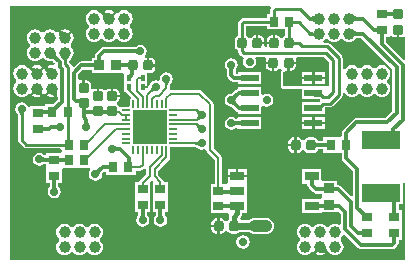
<source format=gtl>
G04*
G04 #@! TF.GenerationSoftware,Altium Limited,Altium Designer,20.1.8 (145)*
G04*
G04 Layer_Physical_Order=1*
G04 Layer_Color=255*
%FSLAX43Y43*%
%MOMM*%
G71*
G04*
G04 #@! TF.SameCoordinates,A35BB786-9FE3-423A-BE6B-7267126F668D*
G04*
G04*
G04 #@! TF.FilePolarity,Positive*
G04*
G01*
G75*
%ADD11C,0.250*%
%ADD12C,0.300*%
%ADD14C,0.200*%
%ADD31R,0.850X0.850*%
G04:AMPARAMS|DCode=32|XSize=0.9mm|YSize=0.8mm|CornerRadius=0.2mm|HoleSize=0mm|Usage=FLASHONLY|Rotation=0.000|XOffset=0mm|YOffset=0mm|HoleType=Round|Shape=RoundedRectangle|*
%AMROUNDEDRECTD32*
21,1,0.900,0.400,0,0,0.0*
21,1,0.500,0.800,0,0,0.0*
1,1,0.400,0.250,-0.200*
1,1,0.400,-0.250,-0.200*
1,1,0.400,-0.250,0.200*
1,1,0.400,0.250,0.200*
%
%ADD32ROUNDEDRECTD32*%
%ADD33R,0.900X0.800*%
%ADD34R,0.800X0.900*%
G04:AMPARAMS|DCode=35|XSize=0.9mm|YSize=0.8mm|CornerRadius=0.2mm|HoleSize=0mm|Usage=FLASHONLY|Rotation=270.000|XOffset=0mm|YOffset=0mm|HoleType=Round|Shape=RoundedRectangle|*
%AMROUNDEDRECTD35*
21,1,0.900,0.400,0,0,270.0*
21,1,0.500,0.800,0,0,270.0*
1,1,0.400,-0.200,-0.250*
1,1,0.400,-0.200,0.250*
1,1,0.400,0.200,0.250*
1,1,0.400,0.200,-0.250*
%
%ADD35ROUNDEDRECTD35*%
%ADD36R,0.350X0.500*%
%ADD37R,3.200X1.500*%
%ADD38R,1.550X0.600*%
%ADD39R,1.200X0.800*%
%ADD40O,0.700X0.200*%
%ADD41O,0.200X0.700*%
%ADD42R,2.900X2.900*%
%ADD43R,0.850X0.850*%
%ADD44C,0.400*%
%ADD45C,0.600*%
%ADD46C,1.000*%
%ADD47C,1.000*%
%ADD48C,0.600*%
%ADD49C,0.700*%
G36*
X57012Y46480D02*
X56980Y46516D01*
X56947Y46548D01*
X56913Y46577D01*
X56877Y46602D01*
X56839Y46623D01*
X56800Y46640D01*
X56760Y46653D01*
X56718Y46662D01*
X56675Y46668D01*
X56630Y46670D01*
Y46920D01*
X56675Y46922D01*
X56718Y46928D01*
X56760Y46937D01*
X56800Y46950D01*
X56839Y46967D01*
X56877Y46988D01*
X56913Y47013D01*
X56947Y47042D01*
X56980Y47074D01*
X57012Y47110D01*
Y46480D01*
D02*
G37*
G36*
X60337Y47107D02*
X60377Y47073D01*
X60417Y47043D01*
X60458Y47017D01*
X60500Y46995D01*
X60542Y46977D01*
X60585Y46963D01*
X60629Y46953D01*
X60672Y46947D01*
X60717Y46945D01*
Y46645D01*
X60672Y46643D01*
X60629Y46637D01*
X60585Y46627D01*
X60542Y46613D01*
X60500Y46595D01*
X60458Y46573D01*
X60417Y46547D01*
X60377Y46517D01*
X60337Y46483D01*
X60297Y46445D01*
Y47145D01*
X60337Y47107D01*
D02*
G37*
G36*
X56958Y45292D02*
X56945Y45312D01*
X56929Y45331D01*
X56911Y45347D01*
X56889Y45361D01*
X56865Y45373D01*
X56838Y45383D01*
X56807Y45390D01*
X56775Y45396D01*
X56739Y45399D01*
X56700Y45400D01*
Y45650D01*
X56739Y45651D01*
X56775Y45654D01*
X56807Y45660D01*
X56838Y45667D01*
X56865Y45677D01*
X56889Y45689D01*
X56911Y45703D01*
X56929Y45719D01*
X56945Y45738D01*
X56958Y45758D01*
Y45292D01*
D02*
G37*
G36*
X64200Y45242D02*
X64350D01*
X64506Y45273D01*
X64585Y45326D01*
X64745Y45255D01*
X64745Y45255D01*
Y43347D01*
X64597Y43286D01*
X63103Y44780D01*
Y45250D01*
X63396D01*
Y45321D01*
X63556Y45370D01*
X63562Y45362D01*
X63694Y45273D01*
X63850Y45242D01*
X64000D01*
Y45850D01*
X64200D01*
Y45242D01*
D02*
G37*
G36*
X60337Y45837D02*
X60377Y45803D01*
X60417Y45773D01*
X60458Y45747D01*
X60500Y45725D01*
X60542Y45707D01*
X60585Y45693D01*
X60629Y45683D01*
X60672Y45677D01*
X60717Y45675D01*
Y45375D01*
X60672Y45373D01*
X60629Y45367D01*
X60585Y45357D01*
X60542Y45343D01*
X60500Y45325D01*
X60458Y45303D01*
X60417Y45277D01*
X60377Y45247D01*
X60337Y45213D01*
X60297Y45175D01*
Y45875D01*
X60337Y45837D01*
D02*
G37*
G36*
X53000Y45875D02*
X54200D01*
Y45875D01*
X54300D01*
Y45875D01*
X54569D01*
Y45357D01*
X54544Y45352D01*
X54412Y45263D01*
X54336Y45150D01*
X54250Y45140D01*
X54164Y45150D01*
X54088Y45263D01*
X53956Y45352D01*
X53800Y45383D01*
X53700D01*
Y44725D01*
X53600D01*
Y44625D01*
X52992D01*
Y44475D01*
X52900Y44374D01*
X52812Y44470D01*
X52808Y44490D01*
Y44625D01*
X52200D01*
Y44725D01*
X52100D01*
Y45383D01*
X52000D01*
X51844Y45352D01*
X51712Y45263D01*
X51636Y45150D01*
X51550Y45140D01*
X51464Y45150D01*
X51388Y45263D01*
X51256Y45352D01*
X51231Y45357D01*
Y46194D01*
X53000D01*
Y45875D01*
D02*
G37*
G36*
X58262Y43131D02*
Y41041D01*
X54400D01*
Y42239D01*
X54600Y42377D01*
X54650Y42367D01*
X54750D01*
Y43025D01*
X54850D01*
Y43125D01*
X55458D01*
Y43275D01*
X55446Y43333D01*
X55506Y43453D01*
X55562Y43514D01*
X55595Y43534D01*
X57859D01*
X58262Y43131D01*
D02*
G37*
G36*
X53366Y47713D02*
X53294Y47605D01*
X53269Y47479D01*
Y47175D01*
X53000D01*
Y46856D01*
X51046D01*
X50920Y46831D01*
X50812Y46759D01*
X50666Y46613D01*
X50594Y46505D01*
X50569Y46379D01*
Y45357D01*
X50544Y45352D01*
X50412Y45263D01*
X50323Y45131D01*
X50292Y44975D01*
Y44475D01*
X50323Y44319D01*
X50412Y44187D01*
X50544Y44098D01*
X50569Y44093D01*
Y44051D01*
X50594Y43924D01*
X50666Y43816D01*
X50841Y43641D01*
X50949Y43569D01*
X50988Y43561D01*
X51065Y43394D01*
X51064Y43388D01*
X51032Y43340D01*
X50989Y43125D01*
X51032Y42910D01*
X51153Y42728D01*
X51335Y42607D01*
X51550Y42564D01*
X51765Y42607D01*
X51947Y42728D01*
X52068Y42910D01*
X52111Y43125D01*
X52068Y43340D01*
X52039Y43384D01*
X52124Y43544D01*
X52871D01*
X52964Y43384D01*
X52942Y43275D01*
Y43125D01*
X53550D01*
Y43025D01*
X53650D01*
Y42367D01*
X53750D01*
X53906Y42398D01*
X54038Y42487D01*
X54064Y42525D01*
X54249Y42521D01*
X54289Y42447D01*
X54256Y42383D01*
X54244Y42365D01*
X54229Y42349D01*
X54222Y42332D01*
X54212Y42317D01*
X54207Y42295D01*
X54199Y42275D01*
X54200Y42257D01*
X54196Y42239D01*
Y41041D01*
X54212Y40963D01*
X54256Y40897D01*
X54322Y40853D01*
X54400Y40837D01*
X55975D01*
Y40010D01*
X57456D01*
X57485Y39982D01*
X57530Y39875D01*
X57485Y39768D01*
X57456Y39740D01*
X55975D01*
Y38740D01*
X57925D01*
Y39267D01*
X58354D01*
X58481Y39292D01*
X58589Y39364D01*
X59334Y40109D01*
X59406Y40217D01*
X59431Y40344D01*
Y40491D01*
X59591Y40523D01*
X59595Y40514D01*
X59707Y40368D01*
X59853Y40256D01*
X60024Y40185D01*
X60206Y40161D01*
X60389Y40185D01*
X60559Y40256D01*
X60706Y40368D01*
X60740Y40414D01*
X60942D01*
X60977Y40368D01*
X61123Y40256D01*
X61294Y40185D01*
X61476Y40161D01*
X61659Y40185D01*
X61829Y40256D01*
X61976Y40368D01*
X62010Y40414D01*
X62212D01*
X62247Y40368D01*
X62393Y40256D01*
X62564Y40185D01*
X62746Y40161D01*
X62929Y40185D01*
X63099Y40256D01*
X63246Y40368D01*
X63358Y40514D01*
X63428Y40685D01*
X63452Y40867D01*
X63428Y41050D01*
X63358Y41220D01*
X63246Y41367D01*
X63200Y41401D01*
Y41603D01*
X63246Y41638D01*
X63358Y41784D01*
X63428Y41955D01*
X63452Y42137D01*
X63428Y42320D01*
X63358Y42490D01*
X63246Y42637D01*
X63099Y42749D01*
X62929Y42819D01*
X62746Y42843D01*
X62564Y42819D01*
X62393Y42749D01*
X62247Y42637D01*
X62212Y42591D01*
X62010D01*
X61976Y42637D01*
X61829Y42749D01*
X61659Y42819D01*
X61476Y42843D01*
X61294Y42819D01*
X61123Y42749D01*
X60977Y42637D01*
X60942Y42591D01*
X60740D01*
X60706Y42637D01*
X60559Y42749D01*
X60389Y42819D01*
X60206Y42843D01*
X60024Y42819D01*
X59853Y42749D01*
X59707Y42637D01*
X59595Y42490D01*
X59591Y42482D01*
X59431Y42514D01*
Y43445D01*
X59406Y43572D01*
X59334Y43679D01*
X58350Y44663D01*
X58243Y44735D01*
X58116Y44760D01*
X57835D01*
X57761Y44904D01*
X57762Y44920D01*
X57899Y45026D01*
X57934Y45071D01*
X58136D01*
X58171Y45026D01*
X58317Y44914D01*
X58487Y44843D01*
X58670Y44819D01*
X58853Y44843D01*
X59023Y44914D01*
X59169Y45026D01*
X59204Y45071D01*
X59406D01*
X59441Y45026D01*
X59587Y44914D01*
X59757Y44843D01*
X59940Y44819D01*
X60123Y44843D01*
X60293Y44914D01*
X60439Y45026D01*
X60448Y45037D01*
X60473Y45062D01*
X60503Y45087D01*
X60532Y45109D01*
X60561Y45126D01*
X60588Y45141D01*
X60614Y45152D01*
X60640Y45160D01*
X60665Y45166D01*
X60679Y45168D01*
X60998D01*
X63643Y42523D01*
Y38973D01*
X63052Y38382D01*
X60600D01*
X60463Y38355D01*
X60348Y38277D01*
X59448Y37377D01*
X59370Y37262D01*
X59343Y37125D01*
Y36838D01*
X59230Y36725D01*
X59000Y36725D01*
X58940Y36725D01*
X57800D01*
Y36432D01*
X57337D01*
X57327Y36481D01*
X57238Y36613D01*
X57106Y36702D01*
X56950Y36733D01*
X56550D01*
X56394Y36702D01*
X56262Y36613D01*
X56186Y36500D01*
X56100Y36490D01*
X56014Y36500D01*
X55938Y36613D01*
X55806Y36702D01*
X55650Y36733D01*
X55550D01*
Y36075D01*
Y35417D01*
X55650D01*
X55806Y35448D01*
X55938Y35537D01*
X56014Y35650D01*
X56100Y35660D01*
X56186Y35650D01*
X56262Y35537D01*
X56394Y35448D01*
X56550Y35417D01*
X56950D01*
X57106Y35448D01*
X57238Y35537D01*
X57327Y35669D01*
X57337Y35718D01*
X57800D01*
Y35425D01*
X58940D01*
X59100Y35425D01*
X59160Y35425D01*
X59343D01*
Y34975D01*
X59370Y34838D01*
X59448Y34723D01*
X60288Y33882D01*
Y31797D01*
X60140Y31735D01*
X59298Y32577D01*
X59183Y32655D01*
X59046Y32682D01*
X58925D01*
Y33050D01*
X57675D01*
X57600Y33179D01*
Y34025D01*
X56000D01*
Y32825D01*
X56443D01*
Y32725D01*
X56470Y32588D01*
X56548Y32473D01*
X56948Y32073D01*
X57063Y31995D01*
X57200Y31968D01*
X57675D01*
Y31800D01*
X57675D01*
Y31654D01*
X57590Y31525D01*
X56000D01*
Y30325D01*
X57600D01*
Y30325D01*
X57675Y30400D01*
X58925D01*
Y30400D01*
X59085Y30435D01*
X59288Y30232D01*
Y29406D01*
X59287Y29405D01*
X59128Y29345D01*
X58978Y29407D01*
X58795Y29431D01*
X58612Y29407D01*
X58442Y29336D01*
X58296Y29224D01*
X58261Y29179D01*
X58059D01*
X58024Y29224D01*
X57878Y29336D01*
X57708Y29407D01*
X57525Y29431D01*
X57342Y29407D01*
X57172Y29336D01*
X57026Y29224D01*
X56991Y29179D01*
X56789D01*
X56754Y29224D01*
X56608Y29336D01*
X56438Y29407D01*
X56255Y29431D01*
X56072Y29407D01*
X55902Y29336D01*
X55756Y29224D01*
X55644Y29078D01*
X55573Y28908D01*
X55549Y28725D01*
X55573Y28542D01*
X55644Y28372D01*
X55756Y28226D01*
X55801Y28191D01*
Y27989D01*
X55756Y27954D01*
X55644Y27808D01*
X55573Y27638D01*
X55549Y27455D01*
X55573Y27272D01*
X55644Y27102D01*
X55756Y26956D01*
X55902Y26844D01*
X56072Y26773D01*
X56255Y26749D01*
X56438Y26773D01*
X56608Y26844D01*
X56754Y26956D01*
X56789Y27001D01*
X56930D01*
X57454Y27526D01*
X57596Y27384D01*
X57106Y26894D01*
X57172Y26844D01*
X57342Y26773D01*
X57525Y26749D01*
X57708Y26773D01*
X57878Y26844D01*
X57990Y26930D01*
X57971Y26938D01*
X57928Y26950D01*
X57880Y26959D01*
X57829Y26965D01*
X57773Y26968D01*
X57714Y26968D01*
X57583Y26958D01*
X58023Y27503D01*
X58031Y27436D01*
X58053Y27315D01*
X58068Y27261D01*
X58084Y27212D01*
X58104Y27168D01*
X58125Y27128D01*
X58148Y27093D01*
X58174Y27063D01*
X58202Y27037D01*
X58174Y27001D01*
X58261D01*
X58296Y26956D01*
X58442Y26844D01*
X58612Y26773D01*
X58795Y26749D01*
X58978Y26773D01*
X59148Y26844D01*
X59294Y26956D01*
X59406Y27102D01*
X59477Y27272D01*
X59501Y27455D01*
X59477Y27638D01*
X59406Y27808D01*
X59294Y27954D01*
X59249Y27989D01*
Y28191D01*
X59294Y28226D01*
X59406Y28372D01*
X59440Y28454D01*
X59625Y28496D01*
X60748Y27373D01*
X60863Y27295D01*
X61000Y27268D01*
X63624D01*
X63761Y27295D01*
X63877Y27373D01*
X64052Y27548D01*
X64130Y27664D01*
X64157Y27801D01*
Y28075D01*
X64450D01*
Y29275D01*
X64450D01*
Y29375D01*
X64450D01*
Y30575D01*
X64157D01*
Y31075D01*
X64500D01*
Y32875D01*
X64700D01*
X64745Y32734D01*
Y26380D01*
X31255D01*
Y28125D01*
Y47870D01*
X53297D01*
X53366Y47713D01*
D02*
G37*
%LPC*%
G36*
X52400Y45383D02*
X52300D01*
Y44825D01*
X52808D01*
Y44975D01*
X52777Y45131D01*
X52688Y45263D01*
X52556Y45352D01*
X52400Y45383D01*
D02*
G37*
G36*
X53500D02*
X53400D01*
X53244Y45352D01*
X53112Y45263D01*
X53023Y45131D01*
X52992Y44975D01*
Y44825D01*
X53500D01*
Y45383D01*
D02*
G37*
G36*
X55458Y42925D02*
X54950D01*
Y42367D01*
X55050D01*
X55206Y42398D01*
X55338Y42487D01*
X55427Y42619D01*
X55458Y42775D01*
Y42925D01*
D02*
G37*
G36*
X57925Y42280D02*
X57050D01*
Y41880D01*
X57925D01*
Y42280D01*
D02*
G37*
G36*
X56850D02*
X55975D01*
Y41880D01*
X56850D01*
Y42280D01*
D02*
G37*
G36*
X57925Y41680D02*
X57050D01*
Y41280D01*
X57925D01*
Y41680D01*
D02*
G37*
G36*
X56850D02*
X55975D01*
Y41280D01*
X56850D01*
Y41680D01*
D02*
G37*
G36*
X40940Y47501D02*
X40757Y47477D01*
X40587Y47406D01*
X40441Y47294D01*
X40406Y47249D01*
X40265D01*
X39741Y46724D01*
X39599Y46866D01*
X40089Y47356D01*
X40023Y47406D01*
X39853Y47477D01*
X39670Y47501D01*
X39487Y47477D01*
X39317Y47406D01*
X39224Y47335D01*
X39242Y47327D01*
X39285Y47314D01*
X39332Y47303D01*
X39383Y47295D01*
X39438Y47290D01*
X39498Y47288D01*
X39629Y47293D01*
X39171Y46764D01*
X39165Y46832D01*
X39147Y46953D01*
X39134Y47007D01*
X39119Y47057D01*
X39102Y47102D01*
X39082Y47142D01*
X39059Y47178D01*
X39035Y47210D01*
X39007Y47236D01*
X39018Y47249D01*
X38934D01*
X38899Y47294D01*
X38753Y47406D01*
X38583Y47477D01*
X38400Y47501D01*
X38217Y47477D01*
X38047Y47406D01*
X37901Y47294D01*
X37789Y47148D01*
X37718Y46978D01*
X37694Y46795D01*
X37718Y46612D01*
X37789Y46442D01*
X37901Y46296D01*
X37946Y46261D01*
Y46059D01*
X37901Y46024D01*
X37789Y45878D01*
X37718Y45708D01*
X37694Y45525D01*
X37718Y45342D01*
X37789Y45172D01*
X37901Y45026D01*
X38047Y44914D01*
X38217Y44843D01*
X38400Y44819D01*
X38583Y44843D01*
X38753Y44914D01*
X38899Y45026D01*
X38934Y45071D01*
X39136D01*
X39171Y45026D01*
X39317Y44914D01*
X39487Y44843D01*
X39670Y44819D01*
X39853Y44843D01*
X40023Y44914D01*
X40169Y45026D01*
X40204Y45071D01*
X40406D01*
X40441Y45026D01*
X40587Y44914D01*
X40757Y44843D01*
X40940Y44819D01*
X41123Y44843D01*
X41293Y44914D01*
X41439Y45026D01*
X41551Y45172D01*
X41622Y45342D01*
X41646Y45525D01*
X41622Y45708D01*
X41551Y45878D01*
X41439Y46024D01*
X41394Y46059D01*
Y46261D01*
X41439Y46296D01*
X41551Y46442D01*
X41622Y46612D01*
X41646Y46795D01*
X41622Y46978D01*
X41551Y47148D01*
X41439Y47294D01*
X41293Y47406D01*
X41123Y47477D01*
X40940Y47501D01*
D02*
G37*
G36*
X35940Y45881D02*
X35757Y45857D01*
X35587Y45786D01*
X35557Y45763D01*
X35575Y45753D01*
X35616Y45734D01*
X35662Y45718D01*
X35712Y45704D01*
X35766Y45693D01*
X35825Y45684D01*
X35956Y45675D01*
X35441Y45201D01*
X35443Y45269D01*
X35438Y45392D01*
X35432Y45447D01*
X35423Y45498D01*
X35410Y45544D01*
X35395Y45587D01*
X35377Y45625D01*
X35374Y45629D01*
X35204D01*
X35169Y45674D01*
X35023Y45786D01*
X34853Y45857D01*
X34670Y45881D01*
X34487Y45857D01*
X34317Y45786D01*
X34171Y45674D01*
X34136Y45629D01*
X33934D01*
X33899Y45674D01*
X33753Y45786D01*
X33583Y45857D01*
X33400Y45881D01*
X33217Y45857D01*
X33047Y45786D01*
X32901Y45674D01*
X32789Y45528D01*
X32718Y45358D01*
X32694Y45175D01*
X32718Y44992D01*
X32789Y44822D01*
X32901Y44676D01*
X32946Y44641D01*
Y44439D01*
X32901Y44404D01*
X32789Y44258D01*
X32718Y44088D01*
X32694Y43905D01*
X32718Y43722D01*
X32789Y43552D01*
X32901Y43406D01*
X33047Y43294D01*
X33217Y43223D01*
X33400Y43199D01*
X33583Y43223D01*
X33753Y43294D01*
X33899Y43406D01*
X33934Y43451D01*
X34136D01*
X34171Y43406D01*
X34317Y43294D01*
X34487Y43223D01*
X34670Y43199D01*
X34685Y43201D01*
X34720Y43200D01*
X34759Y43197D01*
X34794Y43192D01*
X34827Y43184D01*
X34856Y43175D01*
X34883Y43165D01*
X34907Y43152D01*
X34929Y43138D01*
X34941Y43130D01*
X35029Y43042D01*
X35036Y43016D01*
X34999Y42848D01*
X34948Y42823D01*
X34794Y42843D01*
X34612Y42819D01*
X34441Y42749D01*
X34368Y42693D01*
X34385Y42684D01*
X34428Y42669D01*
X34474Y42656D01*
X34525Y42647D01*
X34580Y42640D01*
X34639Y42636D01*
X34771Y42637D01*
X34294Y42124D01*
X34291Y42192D01*
X34277Y42314D01*
X34266Y42368D01*
X34253Y42418D01*
X34237Y42464D01*
X34218Y42505D01*
X34197Y42542D01*
X34174Y42574D01*
X34157Y42591D01*
X34119D01*
X33595Y42067D01*
X33454Y42208D01*
X33943Y42698D01*
X33877Y42749D01*
X33707Y42819D01*
X33524Y42843D01*
X33342Y42819D01*
X33171Y42749D01*
X33087Y42684D01*
X33115Y42665D01*
X33148Y42647D01*
X33182Y42632D01*
X33216Y42621D01*
X33252Y42614D01*
X33290Y42611D01*
X33328Y42611D01*
X33367Y42616D01*
X33408Y42624D01*
X33031Y42219D01*
X33036Y42260D01*
X33038Y42300D01*
X33035Y42338D01*
X33029Y42375D01*
X33020Y42410D01*
X33007Y42444D01*
X32990Y42477D01*
X32969Y42508D01*
X32945Y42538D01*
X32917Y42567D01*
X32940Y42591D01*
X32788D01*
X32754Y42637D01*
X32607Y42749D01*
X32437Y42819D01*
X32254Y42843D01*
X32072Y42819D01*
X31901Y42749D01*
X31755Y42637D01*
X31643Y42490D01*
X31572Y42320D01*
X31548Y42137D01*
X31572Y41955D01*
X31643Y41784D01*
X31755Y41638D01*
X31801Y41603D01*
Y41401D01*
X31755Y41367D01*
X31643Y41220D01*
X31572Y41050D01*
X31548Y40867D01*
X31572Y40685D01*
X31643Y40514D01*
X31755Y40368D01*
X31901Y40256D01*
X32072Y40185D01*
X32254Y40161D01*
X32437Y40185D01*
X32607Y40256D01*
X32754Y40368D01*
X32788Y40414D01*
X32929D01*
X33454Y40938D01*
X33595Y40797D01*
X33105Y40307D01*
X33171Y40256D01*
X33342Y40185D01*
X33524Y40161D01*
X33707Y40185D01*
X33862Y40250D01*
X33830Y40274D01*
X33793Y40296D01*
X33752Y40315D01*
X33708Y40332D01*
X33661Y40345D01*
X33610Y40356D01*
X33555Y40363D01*
X33498Y40368D01*
X34014Y40766D01*
X34004Y40709D01*
X33997Y40654D01*
X33994Y40602D01*
X33995Y40553D01*
X34000Y40506D01*
X34008Y40462D01*
X34021Y40421D01*
X34035Y40384D01*
X34058Y40414D01*
X34199D01*
X34724Y40938D01*
X34865Y40797D01*
X34375Y40307D01*
X34441Y40256D01*
X34612Y40185D01*
X34794Y40161D01*
X34977Y40185D01*
X35020Y40203D01*
X35005Y40218D01*
X34970Y40246D01*
X34930Y40273D01*
X34885Y40298D01*
X34835Y40323D01*
X34780Y40345D01*
X34656Y40387D01*
X35272Y40719D01*
X35253Y40654D01*
X35227Y40534D01*
X35220Y40479D01*
X35216Y40427D01*
X35217Y40379D01*
X35221Y40334D01*
X35229Y40292D01*
X35241Y40254D01*
X35257Y40219D01*
X35234Y40207D01*
X35286Y40188D01*
X35287Y40187D01*
Y39892D01*
X34945Y39550D01*
X34250D01*
Y39375D01*
X32950D01*
Y39267D01*
X32790Y39251D01*
X32772Y39340D01*
X32651Y39522D01*
X32469Y39643D01*
X32254Y39686D01*
X32040Y39643D01*
X31858Y39522D01*
X31736Y39340D01*
X31693Y39125D01*
X31736Y38910D01*
X31858Y38728D01*
X31882Y38712D01*
X31889Y38704D01*
X31898Y38691D01*
X31905Y38678D01*
X31911Y38666D01*
X31916Y38653D01*
X31920Y38638D01*
X31923Y38623D01*
X31923Y38621D01*
Y36517D01*
X31948Y36390D01*
X32020Y36283D01*
X32412Y35891D01*
X32520Y35819D01*
X32646Y35794D01*
X35537D01*
X35650Y35681D01*
X35650Y35475D01*
X35531Y35375D01*
X34350D01*
Y35313D01*
X34312Y35281D01*
X34147Y35272D01*
X33965Y35393D01*
X33750Y35436D01*
X33535Y35393D01*
X33353Y35272D01*
X33232Y35090D01*
X33189Y34875D01*
X33232Y34660D01*
X33353Y34478D01*
X33535Y34357D01*
X33750Y34314D01*
X33965Y34357D01*
X34143Y34476D01*
X34149Y34479D01*
X34162Y34483D01*
X34177Y34487D01*
X34195Y34491D01*
X34350Y34440D01*
X34350Y34075D01*
X34350Y34015D01*
Y32875D01*
X34643D01*
Y32602D01*
X34641Y32586D01*
X34637Y32570D01*
X34633Y32557D01*
X34629Y32546D01*
X34625Y32538D01*
X34623Y32534D01*
X34603Y32522D01*
X34482Y32340D01*
X34439Y32125D01*
X34482Y31910D01*
X34603Y31728D01*
X34785Y31607D01*
X35000Y31564D01*
X35215Y31607D01*
X35397Y31728D01*
X35518Y31910D01*
X35561Y32125D01*
X35518Y32340D01*
X35397Y32522D01*
X35377Y32534D01*
X35375Y32538D01*
X35371Y32546D01*
X35367Y32557D01*
X35363Y32570D01*
X35359Y32586D01*
X35357Y32602D01*
Y32875D01*
X35650D01*
Y34015D01*
X35650Y34075D01*
X35769Y34175D01*
X36790D01*
X36950Y34175D01*
X37010Y34175D01*
X38019D01*
X38020Y34175D01*
X38020D01*
X38045Y34175D01*
X38072Y34103D01*
Y34103D01*
X38072Y34103D01*
X38072D01*
X38053Y33945D01*
X37982Y33840D01*
X37939Y33625D01*
X37982Y33410D01*
X38103Y33228D01*
X38285Y33107D01*
X38500Y33064D01*
X38715Y33107D01*
X38897Y33228D01*
X39018Y33410D01*
X39061Y33625D01*
X39056Y33648D01*
X39057Y33652D01*
X39060Y33661D01*
X39065Y33671D01*
X39071Y33683D01*
X39080Y33697D01*
X39090Y33710D01*
X39231Y33851D01*
X39391Y33828D01*
Y33575D01*
X40531D01*
X40691Y33575D01*
X40751Y33575D01*
X41891D01*
Y33919D01*
X42300D01*
X42300Y33919D01*
X42417Y33942D01*
X42516Y34009D01*
X42634Y34127D01*
X42794Y34060D01*
Y33602D01*
X42284Y33091D01*
X42217Y32992D01*
X42204Y32925D01*
X41850D01*
Y31785D01*
X41850Y31625D01*
X41850Y31565D01*
Y30425D01*
X42143D01*
Y30202D01*
X42141Y30186D01*
X42137Y30170D01*
X42133Y30157D01*
X42129Y30146D01*
X42125Y30138D01*
X42123Y30134D01*
X42103Y30122D01*
X41982Y29940D01*
X41939Y29725D01*
X41982Y29510D01*
X42103Y29328D01*
X42285Y29207D01*
X42500Y29164D01*
X42715Y29207D01*
X42897Y29328D01*
X43018Y29510D01*
X43061Y29725D01*
X43018Y29940D01*
X42897Y30122D01*
X42877Y30134D01*
X42875Y30138D01*
X42871Y30146D01*
X42867Y30157D01*
X42863Y30170D01*
X42859Y30186D01*
X42857Y30202D01*
Y30425D01*
X43150D01*
Y31565D01*
X43150Y31725D01*
X43150Y31785D01*
Y32925D01*
X43150D01*
X43135Y32960D01*
X43246Y33108D01*
X43261Y33108D01*
X43368Y32947D01*
X43358Y32925D01*
X43350D01*
Y31785D01*
X43350Y31625D01*
X43350Y31565D01*
Y30425D01*
X43643D01*
Y30202D01*
X43641Y30186D01*
X43637Y30170D01*
X43633Y30157D01*
X43629Y30146D01*
X43625Y30138D01*
X43623Y30134D01*
X43603Y30122D01*
X43482Y29940D01*
X43439Y29725D01*
X43482Y29510D01*
X43603Y29328D01*
X43785Y29207D01*
X44000Y29164D01*
X44215Y29207D01*
X44397Y29328D01*
X44518Y29510D01*
X44561Y29725D01*
X44518Y29940D01*
X44397Y30122D01*
X44377Y30134D01*
X44375Y30138D01*
X44371Y30146D01*
X44367Y30157D01*
X44363Y30170D01*
X44359Y30186D01*
X44357Y30202D01*
Y30425D01*
X44650D01*
Y31565D01*
X44650Y31725D01*
X44650Y31785D01*
Y32925D01*
X44306D01*
X44306Y32925D01*
X44283Y33042D01*
X44216Y33141D01*
X43806Y33552D01*
Y33908D01*
X44716Y34818D01*
X44716Y34818D01*
X44783Y34917D01*
X44806Y35034D01*
Y35765D01*
X44823Y35902D01*
X44960Y35919D01*
X46967D01*
X46970Y35919D01*
X46982Y35916D01*
X46994Y35912D01*
X47008Y35905D01*
X47023Y35897D01*
X47040Y35887D01*
X47058Y35873D01*
X47077Y35857D01*
X47078Y35855D01*
X47096Y35828D01*
X47278Y35707D01*
X47493Y35664D01*
X47707Y35707D01*
X47734Y35725D01*
X47817Y35699D01*
X47900Y35643D01*
X47917Y35558D01*
X47984Y35459D01*
X48594Y34848D01*
Y32800D01*
X48250D01*
Y31660D01*
X48250Y31500D01*
X48250Y31440D01*
Y30300D01*
X49550D01*
Y30300D01*
X49700Y30325D01*
X49818Y30225D01*
X49839Y30194D01*
X49844Y30165D01*
X49816Y30025D01*
X49816Y30025D01*
Y29817D01*
X49736Y29763D01*
X49660Y29650D01*
X49574Y29640D01*
X49488Y29650D01*
X49413Y29763D01*
X49280Y29852D01*
X49124Y29883D01*
X49024D01*
Y29225D01*
Y28567D01*
X49124D01*
X49280Y28598D01*
X49413Y28687D01*
X49488Y28800D01*
X49574Y28810D01*
X49660Y28800D01*
X49736Y28687D01*
X49868Y28598D01*
X50024Y28567D01*
X50424D01*
X50580Y28598D01*
X50713Y28687D01*
X50732Y28715D01*
X51515D01*
X51647Y28614D01*
X51817Y28543D01*
X52000Y28519D01*
X52900D01*
X53083Y28543D01*
X53253Y28614D01*
X53399Y28726D01*
X53511Y28872D01*
X53582Y29042D01*
X53606Y29225D01*
X53582Y29408D01*
X53511Y29578D01*
X53399Y29724D01*
X53253Y29836D01*
X53083Y29907D01*
X52900Y29931D01*
X52000D01*
X51817Y29907D01*
X51647Y29836D01*
X51515Y29735D01*
X50863D01*
X50721Y29890D01*
X50724Y29948D01*
X50788Y30012D01*
X50877Y30145D01*
X50908Y30301D01*
X51063Y30325D01*
X51300D01*
Y31435D01*
X51300Y31525D01*
X51300Y31685D01*
Y32705D01*
X51300Y32795D01*
X51300Y32955D01*
Y33365D01*
X50500D01*
X49700D01*
X49700Y32910D01*
X49585Y32799D01*
X49550Y32800D01*
Y32800D01*
X49206D01*
Y34975D01*
X49206Y34975D01*
X49183Y35092D01*
X49116Y35191D01*
X49116Y35191D01*
X48506Y35802D01*
Y39525D01*
X48506Y39525D01*
X48483Y39642D01*
X48416Y39741D01*
X48416Y39741D01*
X47516Y40641D01*
X47417Y40708D01*
X47300Y40731D01*
X47300Y40731D01*
X44928D01*
X44826Y40832D01*
X44803Y40880D01*
X44806Y40896D01*
X44806Y40896D01*
Y41149D01*
X44806Y41152D01*
X44809Y41164D01*
X44813Y41176D01*
X44820Y41190D01*
X44828Y41206D01*
X44838Y41222D01*
X44852Y41240D01*
X44868Y41259D01*
X44869Y41260D01*
X44897Y41278D01*
X45018Y41460D01*
X45061Y41675D01*
X45018Y41890D01*
X44897Y42072D01*
X44715Y42193D01*
X44500Y42236D01*
X44285Y42193D01*
X44103Y42072D01*
X43982Y41890D01*
X43939Y41675D01*
X43944Y41652D01*
X43870Y41588D01*
X43802Y41546D01*
X43604Y41586D01*
X43389Y41543D01*
X43207Y41422D01*
X43086Y41240D01*
X43050Y41060D01*
X43001Y41029D01*
X42875Y41079D01*
Y42167D01*
X43150D01*
X43306Y42198D01*
X43438Y42287D01*
X43527Y42419D01*
X43558Y42575D01*
Y42725D01*
X42950D01*
Y42825D01*
X42850D01*
Y43483D01*
X42767D01*
X42736Y43521D01*
X42722Y43559D01*
X42702Y43636D01*
X42818Y43810D01*
X42861Y44025D01*
X42818Y44240D01*
X42697Y44422D01*
X42515Y44543D01*
X42300Y44586D01*
X42085Y44543D01*
X41903Y44422D01*
X41891Y44402D01*
X41887Y44400D01*
X41879Y44396D01*
X41868Y44392D01*
X41855Y44388D01*
X41839Y44384D01*
X41823Y44382D01*
X39200D01*
X39063Y44355D01*
X38948Y44277D01*
X38573Y43902D01*
X38495Y43786D01*
X38468Y43650D01*
Y43450D01*
X38200D01*
Y43182D01*
X37317D01*
X37181Y43155D01*
X37065Y43077D01*
X36674Y42686D01*
X36524Y42763D01*
X36506Y42854D01*
X36434Y42962D01*
X36271Y43125D01*
Y43147D01*
X36274Y43161D01*
X36280Y43184D01*
X36289Y43209D01*
X36302Y43236D01*
X36319Y43265D01*
X36339Y43294D01*
X36399Y43368D01*
X36427Y43397D01*
X36439Y43406D01*
X36551Y43552D01*
X36622Y43722D01*
X36646Y43905D01*
X36622Y44088D01*
X36551Y44258D01*
X36439Y44404D01*
X36394Y44439D01*
Y44641D01*
X36439Y44676D01*
X36551Y44822D01*
X36622Y44992D01*
X36646Y45175D01*
X36622Y45358D01*
X36551Y45528D01*
X36501Y45594D01*
X36011Y45104D01*
X35869Y45246D01*
X36359Y45736D01*
X36293Y45786D01*
X36123Y45857D01*
X35940Y45881D01*
D02*
G37*
G36*
X43150Y43483D02*
X43050D01*
Y42925D01*
X43558D01*
Y43075D01*
X43527Y43231D01*
X43438Y43363D01*
X43306Y43452D01*
X43150Y43483D01*
D02*
G37*
G36*
X53450Y42925D02*
X52942D01*
Y42775D01*
X52973Y42619D01*
X53062Y42487D01*
X53194Y42398D01*
X53350Y42367D01*
X53450D01*
Y42925D01*
D02*
G37*
G36*
X50000Y43436D02*
X49785Y43393D01*
X49603Y43272D01*
X49482Y43090D01*
X49439Y42875D01*
X49482Y42660D01*
X49603Y42478D01*
X49623Y42466D01*
X49625Y42462D01*
X49629Y42454D01*
X49633Y42443D01*
X49637Y42430D01*
X49641Y42414D01*
X49643Y42398D01*
Y42043D01*
X49670Y41906D01*
X49748Y41791D01*
X50011Y41528D01*
X50126Y41450D01*
X50263Y41423D01*
X50575D01*
Y41280D01*
X52525D01*
Y42280D01*
X50575D01*
Y42137D01*
X50411D01*
X50357Y42191D01*
Y42398D01*
X50359Y42414D01*
X50363Y42430D01*
X50367Y42443D01*
X50371Y42454D01*
X50375Y42462D01*
X50377Y42466D01*
X50397Y42478D01*
X50518Y42660D01*
X50561Y42875D01*
X50518Y43090D01*
X50397Y43272D01*
X50215Y43393D01*
X50000Y43436D01*
D02*
G37*
G36*
X52525Y41010D02*
X50575D01*
Y40856D01*
X50491Y40840D01*
X50375Y40762D01*
X50085Y40472D01*
X50072Y40462D01*
X50058Y40454D01*
X50046Y40447D01*
X50036Y40442D01*
X50027Y40439D01*
X50023Y40438D01*
X50000Y40443D01*
X49785Y40400D01*
X49603Y40279D01*
X49482Y40097D01*
X49439Y39882D01*
X49482Y39668D01*
X49603Y39486D01*
X49785Y39364D01*
X50000Y39321D01*
X50023Y39326D01*
X50027Y39325D01*
X50036Y39322D01*
X50046Y39317D01*
X50058Y39311D01*
X50072Y39302D01*
X50085Y39292D01*
X50390Y38988D01*
X50506Y38910D01*
X50575Y38897D01*
Y38740D01*
X52525D01*
Y39341D01*
X52685Y39426D01*
X52778Y39364D01*
X52993Y39321D01*
X53207Y39364D01*
X53389Y39486D01*
X53511Y39668D01*
X53554Y39882D01*
X53511Y40097D01*
X53389Y40279D01*
X53207Y40400D01*
X52993Y40443D01*
X52778Y40400D01*
X52685Y40338D01*
X52525Y40424D01*
Y41010D01*
D02*
G37*
G36*
X57925Y38470D02*
X57050D01*
Y38070D01*
X57925D01*
Y38470D01*
D02*
G37*
G36*
X56850D02*
X55975D01*
Y38070D01*
X56850D01*
Y38470D01*
D02*
G37*
G36*
X57925Y37870D02*
X57050D01*
Y37470D01*
X57925D01*
Y37870D01*
D02*
G37*
G36*
X56850D02*
X55975D01*
Y37470D01*
X56850D01*
Y37870D01*
D02*
G37*
G36*
X50000Y38486D02*
X49785Y38443D01*
X49603Y38322D01*
X49482Y38140D01*
X49439Y37925D01*
X49482Y37710D01*
X49603Y37528D01*
X49785Y37407D01*
X50000Y37364D01*
X50215Y37407D01*
X50397Y37528D01*
X50428Y37522D01*
X50575Y37470D01*
X50575Y37470D01*
X50575Y37470D01*
X52525D01*
Y38470D01*
X50575D01*
Y38410D01*
X50536Y38379D01*
X50397Y38322D01*
X50215Y38443D01*
X50000Y38486D01*
D02*
G37*
G36*
X55350Y36733D02*
X55250D01*
X55094Y36702D01*
X54962Y36613D01*
X54873Y36481D01*
X54842Y36325D01*
Y36175D01*
X55350D01*
Y36733D01*
D02*
G37*
G36*
Y35975D02*
X54842D01*
Y35825D01*
X54873Y35669D01*
X54962Y35537D01*
X55094Y35448D01*
X55250Y35417D01*
X55350D01*
Y35975D01*
D02*
G37*
G36*
X51300Y34065D02*
X50600D01*
Y33565D01*
X51300D01*
Y34065D01*
D02*
G37*
G36*
X50400D02*
X49700D01*
Y33565D01*
X50400D01*
Y34065D01*
D02*
G37*
G36*
X48824Y29883D02*
X48724D01*
X48568Y29852D01*
X48436Y29763D01*
X48347Y29631D01*
X48316Y29475D01*
Y29325D01*
X48824D01*
Y29883D01*
D02*
G37*
G36*
X38420Y29431D02*
X38237Y29407D01*
X38067Y29336D01*
X37921Y29224D01*
X37886Y29179D01*
X37684D01*
X37649Y29224D01*
X37503Y29336D01*
X37333Y29407D01*
X37150Y29431D01*
X36967Y29407D01*
X36797Y29336D01*
X36651Y29224D01*
X36616Y29179D01*
X36414D01*
X36379Y29224D01*
X36233Y29336D01*
X36063Y29407D01*
X35880Y29431D01*
X35697Y29407D01*
X35527Y29336D01*
X35381Y29224D01*
X35269Y29078D01*
X35198Y28908D01*
X35174Y28725D01*
X35198Y28542D01*
X35269Y28372D01*
X35381Y28226D01*
X35426Y28191D01*
Y27989D01*
X35381Y27954D01*
X35269Y27808D01*
X35198Y27638D01*
X35174Y27455D01*
X35198Y27272D01*
X35269Y27102D01*
X35381Y26956D01*
X35527Y26844D01*
X35697Y26773D01*
X35880Y26749D01*
X36063Y26773D01*
X36233Y26844D01*
X36379Y26956D01*
X36414Y27001D01*
X36616D01*
X36651Y26956D01*
X36797Y26844D01*
X36967Y26773D01*
X37150Y26749D01*
X37333Y26773D01*
X37503Y26844D01*
X37649Y26956D01*
X37684Y27001D01*
X37886D01*
X37921Y26956D01*
X38067Y26844D01*
X38237Y26773D01*
X38420Y26749D01*
X38603Y26773D01*
X38773Y26844D01*
X38919Y26956D01*
X39031Y27102D01*
X39102Y27272D01*
X39126Y27455D01*
X39102Y27638D01*
X39031Y27808D01*
X38919Y27954D01*
X38874Y27989D01*
Y28191D01*
X38919Y28226D01*
X39031Y28372D01*
X39102Y28542D01*
X39126Y28725D01*
X39102Y28908D01*
X39031Y29078D01*
X38919Y29224D01*
X38773Y29336D01*
X38603Y29407D01*
X38420Y29431D01*
D02*
G37*
G36*
X48824Y29125D02*
X48316D01*
Y28975D01*
X48347Y28819D01*
X48436Y28687D01*
X48568Y28598D01*
X48724Y28567D01*
X48824D01*
Y29125D01*
D02*
G37*
G36*
X51000Y28436D02*
X50785Y28393D01*
X50603Y28272D01*
X50482Y28090D01*
X50439Y27875D01*
X50482Y27660D01*
X50603Y27478D01*
X50785Y27357D01*
X51000Y27314D01*
X51215Y27357D01*
X51397Y27478D01*
X51518Y27660D01*
X51561Y27875D01*
X51518Y28090D01*
X51397Y28272D01*
X51215Y28393D01*
X51000Y28436D01*
D02*
G37*
%LPD*%
G36*
X42050Y43780D02*
X42031Y43798D01*
X42009Y43814D01*
X41986Y43828D01*
X41961Y43841D01*
X41934Y43851D01*
X41906Y43860D01*
X41876Y43866D01*
X41843Y43871D01*
X41810Y43874D01*
X41774Y43875D01*
Y44175D01*
X41810Y44176D01*
X41843Y44179D01*
X41876Y44184D01*
X41906Y44190D01*
X41934Y44199D01*
X41961Y44209D01*
X41986Y44222D01*
X42009Y44236D01*
X42031Y44252D01*
X42050Y44270D01*
Y43780D01*
D02*
G37*
G36*
X35171Y43845D02*
X35175Y43793D01*
X35183Y43743D01*
X35194Y43695D01*
X35207Y43650D01*
X35225Y43608D01*
X35245Y43568D01*
X35269Y43530D01*
X35295Y43495D01*
X35325Y43462D01*
X35113Y43250D01*
X35080Y43280D01*
X35045Y43306D01*
X35007Y43330D01*
X34967Y43350D01*
X34925Y43368D01*
X34880Y43382D01*
X34832Y43392D01*
X34782Y43400D01*
X34730Y43404D01*
X34675Y43405D01*
X35170Y43900D01*
X35171Y43845D01*
D02*
G37*
G36*
X36247Y43504D02*
X36175Y43417D01*
X36146Y43374D01*
X36121Y43331D01*
X36101Y43288D01*
X36085Y43246D01*
X36074Y43204D01*
X36067Y43162D01*
X36065Y43121D01*
X35815D01*
X35813Y43162D01*
X35806Y43204D01*
X35795Y43246D01*
X35779Y43288D01*
X35759Y43331D01*
X35734Y43374D01*
X35705Y43417D01*
X35671Y43460D01*
X35633Y43504D01*
X35590Y43548D01*
X36290D01*
X36247Y43504D01*
D02*
G37*
G36*
X44717Y41397D02*
X44693Y41368D01*
X44671Y41339D01*
X44652Y41310D01*
X44636Y41280D01*
X44623Y41250D01*
X44613Y41221D01*
X44606Y41190D01*
X44601Y41160D01*
X44600Y41130D01*
X44400D01*
X44399Y41160D01*
X44394Y41190D01*
X44387Y41221D01*
X44377Y41250D01*
X44364Y41280D01*
X44348Y41310D01*
X44329Y41339D01*
X44307Y41368D01*
X44283Y41397D01*
X44255Y41425D01*
X44745D01*
X44717Y41397D01*
D02*
G37*
G36*
X43600Y40675D02*
X43561Y40674D01*
X43523Y40671D01*
X43487Y40666D01*
X43453Y40659D01*
X43421Y40649D01*
X43391Y40638D01*
X43362Y40624D01*
X43336Y40608D01*
X43311Y40589D01*
X43289Y40569D01*
X43147Y40710D01*
X43168Y40733D01*
X43186Y40757D01*
X43202Y40784D01*
X43216Y40812D01*
X43228Y40842D01*
X43238Y40874D01*
X43245Y40908D01*
X43250Y40944D01*
X43253Y40982D01*
X43254Y41021D01*
X43600Y40675D01*
D02*
G37*
G36*
X38200Y42200D02*
X39450D01*
Y42200D01*
X39600D01*
Y42200D01*
X40775D01*
X40850Y42200D01*
X40925Y42071D01*
Y41325D01*
Y40575D01*
X41121D01*
X41159Y40519D01*
X41495Y40182D01*
X41484Y40066D01*
X41417Y39967D01*
X41394Y39850D01*
Y39485D01*
X41377Y39348D01*
X41240Y39331D01*
X40875D01*
X40758Y39308D01*
X40698Y39267D01*
X40552Y39300D01*
X40518Y39319D01*
X40438Y39438D01*
X40325Y39514D01*
X40315Y39600D01*
X40325Y39686D01*
X40438Y39762D01*
X40527Y39894D01*
X40558Y40050D01*
Y40150D01*
X39900D01*
Y40250D01*
X39800D01*
Y40858D01*
X39650D01*
X39494Y40827D01*
X39409Y40770D01*
X39300Y40750D01*
X39191Y40770D01*
X39106Y40827D01*
X38950Y40858D01*
X38800D01*
Y40250D01*
X38600D01*
Y40858D01*
X38450D01*
X38318Y40832D01*
X38246Y40862D01*
X38158Y40928D01*
Y41150D01*
X38127Y41306D01*
X38038Y41438D01*
X37906Y41527D01*
X37750Y41558D01*
X37600D01*
Y40950D01*
X37400D01*
Y41558D01*
X37250D01*
X37217Y41551D01*
X37057Y41680D01*
Y42060D01*
X37465Y42468D01*
X38200D01*
Y42200D01*
D02*
G37*
G36*
X47208Y39061D02*
X47232Y39042D01*
X47259Y39026D01*
X47287Y39012D01*
X47317Y39001D01*
X47349Y38991D01*
X47383Y38984D01*
X47419Y38979D01*
X47457Y38976D01*
X47496Y38975D01*
X47150Y38629D01*
X47149Y38668D01*
X47146Y38706D01*
X47141Y38742D01*
X47134Y38776D01*
X47124Y38808D01*
X47113Y38838D01*
X47099Y38866D01*
X47083Y38893D01*
X47064Y38917D01*
X47044Y38940D01*
X47185Y39081D01*
X47208Y39061D01*
D02*
G37*
G36*
X32476Y38851D02*
X32456Y38826D01*
X32438Y38800D01*
X32422Y38773D01*
X32409Y38744D01*
X32398Y38715D01*
X32390Y38685D01*
X32384Y38654D01*
X32380Y38621D01*
X32379Y38588D01*
X32129D01*
X32128Y38621D01*
X32124Y38654D01*
X32118Y38685D01*
X32110Y38715D01*
X32099Y38744D01*
X32086Y38773D01*
X32070Y38800D01*
X32052Y38826D01*
X32032Y38851D01*
X32009Y38875D01*
X32499D01*
X32476Y38851D01*
D02*
G37*
G36*
X47496Y38275D02*
X47457Y38274D01*
X47419Y38271D01*
X47383Y38266D01*
X47349Y38259D01*
X47317Y38249D01*
X47287Y38238D01*
X47259Y38224D01*
X47232Y38208D01*
X47208Y38189D01*
X47185Y38169D01*
X47044Y38310D01*
X47064Y38333D01*
X47083Y38357D01*
X47099Y38384D01*
X47113Y38412D01*
X47124Y38442D01*
X47134Y38474D01*
X47141Y38508D01*
X47146Y38544D01*
X47149Y38582D01*
X47150Y38621D01*
X47496Y38275D01*
D02*
G37*
G36*
X37851Y38116D02*
X37854Y38082D01*
X37859Y38049D01*
X37865Y38019D01*
X37874Y37991D01*
X37884Y37964D01*
X37897Y37939D01*
X37911Y37916D01*
X37927Y37894D01*
X37945Y37875D01*
X37455D01*
X37473Y37894D01*
X37489Y37916D01*
X37503Y37939D01*
X37516Y37964D01*
X37526Y37991D01*
X37535Y38019D01*
X37541Y38049D01*
X37546Y38082D01*
X37549Y38116D01*
X37550Y38151D01*
X37850D01*
X37851Y38116D01*
D02*
G37*
G36*
X47201Y37867D02*
X47226Y37848D01*
X47252Y37832D01*
X47280Y37818D01*
X47310Y37806D01*
X47341Y37796D01*
X47374Y37789D01*
X47408Y37784D01*
X47444Y37782D01*
X47482Y37782D01*
X47143Y37443D01*
X47143Y37481D01*
X47141Y37517D01*
X47136Y37551D01*
X47129Y37584D01*
X47119Y37615D01*
X47107Y37645D01*
X47093Y37673D01*
X47077Y37699D01*
X47058Y37724D01*
X47036Y37747D01*
X47178Y37889D01*
X47201Y37867D01*
D02*
G37*
G36*
X35250Y37380D02*
X35231Y37398D01*
X35209Y37414D01*
X35186Y37428D01*
X35161Y37441D01*
X35134Y37451D01*
X35106Y37460D01*
X35076Y37466D01*
X35043Y37471D01*
X35009Y37474D01*
X34974Y37475D01*
Y37775D01*
X35009Y37776D01*
X35043Y37779D01*
X35076Y37784D01*
X35106Y37790D01*
X35134Y37799D01*
X35161Y37809D01*
X35186Y37822D01*
X35209Y37836D01*
X35231Y37852D01*
X35250Y37870D01*
Y37380D01*
D02*
G37*
G36*
X47243Y35980D02*
X47214Y36008D01*
X47186Y36032D01*
X47157Y36054D01*
X47127Y36073D01*
X47098Y36089D01*
X47068Y36102D01*
X47038Y36112D01*
X47008Y36119D01*
X46978Y36124D01*
X46947Y36125D01*
Y36325D01*
X46978Y36326D01*
X47008Y36331D01*
X47038Y36338D01*
X47068Y36348D01*
X47098Y36361D01*
X47127Y36377D01*
X47157Y36396D01*
X47186Y36418D01*
X47214Y36442D01*
X47243Y36470D01*
Y35980D01*
D02*
G37*
G36*
X40169Y35997D02*
X40191Y35981D01*
X40214Y35966D01*
X40239Y35954D01*
X40266Y35944D01*
X40294Y35935D01*
X40324Y35928D01*
X40357Y35924D01*
X40390Y35921D01*
X40426Y35920D01*
Y35620D01*
X40390Y35619D01*
X40357Y35616D01*
X40324Y35611D01*
X40294Y35605D01*
X40266Y35596D01*
X40239Y35586D01*
X40214Y35573D01*
X40191Y35559D01*
X40169Y35543D01*
X40150Y35525D01*
Y36015D01*
X40169Y35997D01*
D02*
G37*
G36*
X34035Y35082D02*
X34055Y35065D01*
X34077Y35050D01*
X34101Y35037D01*
X34127Y35025D01*
X34155Y35016D01*
X34185Y35009D01*
X34217Y35004D01*
X34251Y35001D01*
X34287Y35000D01*
X34263Y34700D01*
X34227Y34699D01*
X34193Y34697D01*
X34161Y34692D01*
X34130Y34686D01*
X34101Y34678D01*
X34074Y34669D01*
X34049Y34657D01*
X34025Y34644D01*
X34002Y34629D01*
X33982Y34613D01*
X34017Y35102D01*
X34035Y35082D01*
D02*
G37*
G36*
X38978Y33891D02*
X38954Y33865D01*
X38932Y33839D01*
X38912Y33813D01*
X38895Y33787D01*
X38881Y33761D01*
X38870Y33734D01*
X38861Y33708D01*
X38855Y33682D01*
X38851Y33655D01*
X38850Y33629D01*
X38504Y33975D01*
X38530Y33976D01*
X38557Y33980D01*
X38583Y33986D01*
X38609Y33995D01*
X38636Y34006D01*
X38662Y34020D01*
X38688Y34037D01*
X38714Y34057D01*
X38740Y34079D01*
X38766Y34103D01*
X38978Y33891D01*
D02*
G37*
G36*
X35151Y32616D02*
X35154Y32582D01*
X35159Y32549D01*
X35165Y32519D01*
X35174Y32491D01*
X35184Y32464D01*
X35197Y32439D01*
X35211Y32416D01*
X35227Y32394D01*
X35245Y32375D01*
X34755D01*
X34773Y32394D01*
X34789Y32416D01*
X34803Y32439D01*
X34816Y32464D01*
X34826Y32491D01*
X34835Y32519D01*
X34841Y32549D01*
X34846Y32582D01*
X34849Y32616D01*
X34850Y32651D01*
X35150D01*
X35151Y32616D01*
D02*
G37*
G36*
X44151Y30215D02*
X44154Y30182D01*
X44159Y30149D01*
X44165Y30119D01*
X44174Y30091D01*
X44184Y30064D01*
X44197Y30039D01*
X44211Y30016D01*
X44227Y29994D01*
X44245Y29975D01*
X43755D01*
X43773Y29994D01*
X43789Y30016D01*
X43803Y30039D01*
X43816Y30064D01*
X43826Y30091D01*
X43835Y30119D01*
X43841Y30149D01*
X43846Y30182D01*
X43849Y30215D01*
X43850Y30251D01*
X44150D01*
X44151Y30215D01*
D02*
G37*
G36*
X42651D02*
X42654Y30182D01*
X42659Y30149D01*
X42665Y30119D01*
X42674Y30091D01*
X42684Y30064D01*
X42697Y30039D01*
X42711Y30016D01*
X42727Y29994D01*
X42745Y29975D01*
X42255D01*
X42273Y29994D01*
X42289Y30016D01*
X42303Y30039D01*
X42316Y30064D01*
X42326Y30091D01*
X42335Y30119D01*
X42341Y30149D01*
X42346Y30182D01*
X42349Y30215D01*
X42350Y30251D01*
X42650D01*
X42651Y30215D01*
D02*
G37*
%LPC*%
G36*
X40150Y40858D02*
X40000D01*
Y40350D01*
X40558D01*
Y40450D01*
X40527Y40606D01*
X40438Y40738D01*
X40306Y40827D01*
X40150Y40858D01*
D02*
G37*
%LPD*%
G36*
X50227Y42606D02*
X50211Y42584D01*
X50197Y42561D01*
X50184Y42536D01*
X50174Y42509D01*
X50165Y42481D01*
X50159Y42451D01*
X50154Y42418D01*
X50151Y42385D01*
X50150Y42349D01*
X49850D01*
X49849Y42385D01*
X49846Y42418D01*
X49841Y42451D01*
X49835Y42481D01*
X49826Y42509D01*
X49816Y42536D01*
X49803Y42561D01*
X49789Y42584D01*
X49773Y42606D01*
X49755Y42625D01*
X50245D01*
X50227Y42606D01*
D02*
G37*
G36*
X50478Y40148D02*
X50454Y40122D01*
X50432Y40096D01*
X50412Y40070D01*
X50395Y40044D01*
X50381Y40018D01*
X50370Y39992D01*
X50361Y39965D01*
X50355Y39939D01*
X50351Y39912D01*
X50350Y39886D01*
X50004Y40232D01*
X50030Y40233D01*
X50057Y40237D01*
X50083Y40243D01*
X50109Y40252D01*
X50136Y40264D01*
X50162Y40278D01*
X50188Y40294D01*
X50214Y40314D01*
X50240Y40336D01*
X50266Y40360D01*
X50478Y40148D01*
D02*
G37*
G36*
X50351Y39852D02*
X50355Y39826D01*
X50361Y39799D01*
X50370Y39773D01*
X50381Y39747D01*
X50395Y39720D01*
X50412Y39694D01*
X50432Y39668D01*
X50454Y39642D01*
X50478Y39616D01*
X50266Y39404D01*
X50240Y39429D01*
X50214Y39451D01*
X50188Y39470D01*
X50162Y39487D01*
X50136Y39501D01*
X50109Y39512D01*
X50083Y39521D01*
X50057Y39528D01*
X50030Y39531D01*
X50004Y39532D01*
X50350Y39879D01*
X50351Y39852D01*
D02*
G37*
G36*
X50254Y38169D02*
X50276Y38154D01*
X50300Y38141D01*
X50326Y38129D01*
X50353Y38120D01*
X50382Y38112D01*
X50413Y38105D01*
X50445Y38101D01*
X50479Y38098D01*
X50515Y38097D01*
X50536Y37798D01*
X50500Y37796D01*
X50466Y37793D01*
X50434Y37788D01*
X50404Y37781D01*
X50376Y37772D01*
X50350Y37761D01*
X50326Y37748D01*
X50304Y37733D01*
X50284Y37716D01*
X50265Y37697D01*
X50234Y38186D01*
X50254Y38169D01*
D02*
G37*
D11*
X55996Y44429D02*
X58116D01*
X54900Y44725D02*
X55700D01*
X55996Y44429D01*
X59100Y40344D02*
Y43445D01*
X58116Y44429D02*
X59100Y43445D01*
X50900Y44725D02*
Y46379D01*
Y44051D02*
Y44725D01*
X58600Y40551D02*
Y43261D01*
X51076Y43875D02*
X57986D01*
X58600Y43261D01*
X54900Y46525D02*
X55700D01*
X56700Y45525D02*
X57400D01*
X55700Y46525D02*
X56700Y45525D01*
X56630Y46795D02*
X57400D01*
X55800Y47625D02*
X56630Y46795D01*
X53600Y46525D02*
Y47479D01*
X53746Y47625D01*
X55800D01*
X54900Y44725D02*
Y46525D01*
X51046D02*
X53600D01*
X50900Y46379D02*
X51046Y46525D01*
X50900Y44051D02*
X51076Y43875D01*
X58354Y39598D02*
X59100Y40344D01*
X57783Y40152D02*
X58201D01*
X58600Y40551D01*
X57575Y40360D02*
X57783Y40152D01*
X57100Y39390D02*
X57575D01*
X56950Y40510D02*
X57100Y40360D01*
X56950Y39240D02*
X57100Y39390D01*
X57783Y39598D02*
X58354D01*
X57575Y39390D02*
X57783Y39598D01*
X57100Y40360D02*
X57575D01*
X32254Y36517D02*
Y39125D01*
X36200Y38900D02*
Y42727D01*
X35940Y42987D02*
Y43905D01*
Y42987D02*
X36200Y42727D01*
X36200Y38900D02*
X36200Y38900D01*
X36200Y38900D02*
X36200Y38900D01*
X32646Y36125D02*
X36200D01*
X32254Y36517D02*
X32646Y36125D01*
X36200D02*
Y38900D01*
D12*
X63700Y37425D02*
X64500Y38225D01*
X63100Y36525D02*
X63700Y37125D01*
X62700Y36525D02*
X63100D01*
X63700Y37125D02*
Y37425D01*
X64500Y38225D02*
Y42878D01*
X60600Y38025D02*
X63200D01*
X64000Y38825D02*
Y42671D01*
X63200Y38025D02*
X64000Y38825D01*
X59700Y37125D02*
X60600Y38025D01*
X59645Y28980D02*
X61000Y27625D01*
X59645Y28980D02*
Y30380D01*
X61000Y27625D02*
X63624D01*
X60738Y28675D02*
X61500D01*
X60145Y29268D02*
Y31226D01*
Y29268D02*
X60738Y28675D01*
X58300Y30925D02*
X59100D01*
X56800D02*
X58300D01*
X56800Y32725D02*
X57200Y32325D01*
X58400D01*
X56800Y32725D02*
Y33425D01*
X59100Y30925D02*
X59645Y30380D01*
X61146Y45525D02*
X64000Y42671D01*
X62746Y44632D02*
X64500Y42878D01*
X62746Y47150D02*
X64100D01*
X59940Y46795D02*
X61146D01*
X62091Y45850D02*
X62746D01*
X61146Y46795D02*
X62091Y45850D01*
X59940Y45525D02*
X61146D01*
X62746Y44632D02*
Y45850D01*
X59700Y36075D02*
Y37125D01*
Y34975D02*
Y36075D01*
X60645Y30780D02*
Y34030D01*
X59700Y34975D02*
X60645Y34030D01*
X56750Y36075D02*
X58400D01*
X61450Y29975D02*
X61500D01*
X60645Y30780D02*
X61450Y29975D01*
X58400Y32325D02*
X59046D01*
X60145Y31226D01*
X58400Y32325D02*
X58400Y32325D01*
X63800Y27801D02*
Y28675D01*
X63624Y27625D02*
X63800Y27801D01*
X62700Y32025D02*
X63200D01*
X63800Y31425D01*
Y29975D02*
Y31425D01*
X38700Y38900D02*
X39900D01*
X37305Y39795D02*
X37500Y39600D01*
X48900Y30900D02*
X50475D01*
X48900Y32125D02*
X50500D01*
X50000Y42043D02*
Y42875D01*
Y42043D02*
X50263Y41780D01*
X51550D01*
X39200Y44025D02*
X42300D01*
X38825Y42825D02*
Y43650D01*
X39200Y44025D01*
X42500Y31025D02*
X42500Y31025D01*
Y29725D02*
Y31025D01*
X44000Y31025D02*
X44000Y31025D01*
Y29725D02*
Y31025D01*
X51528Y37947D02*
X51550Y37970D01*
X50022Y37947D02*
X51528D01*
X50000Y37925D02*
X50022Y37947D01*
X50628Y40510D02*
X51550D01*
X50000Y39882D02*
X50628Y40510D01*
X50642Y39240D02*
X51550D01*
X50000Y39882D02*
X50642Y39240D01*
X34600Y37450D02*
X34775Y37625D01*
X35500D01*
X37500Y38438D02*
X37700Y38238D01*
Y37625D02*
Y38238D01*
X33625Y37450D02*
X34600D01*
X36700Y42208D02*
X37317Y42825D01*
X36876Y39795D02*
X37305D01*
X36700Y39971D02*
X36876Y39795D01*
X36700Y39971D02*
Y42208D01*
X34670Y43905D02*
X35465Y43110D01*
Y42669D02*
Y43110D01*
Y42669D02*
X35644Y42489D01*
Y39744D02*
Y42489D01*
X40546Y35770D02*
X41341Y34975D01*
X39900Y35770D02*
X40546D01*
X41341Y34225D02*
Y34975D01*
X34762Y38862D02*
X35644Y39744D01*
X37317Y42825D02*
X38825D01*
X38825Y42825D01*
X51000Y27875D02*
X51037Y27913D01*
X34975Y34850D02*
X35000Y34825D01*
X33775Y34850D02*
X34975D01*
X33750Y34875D02*
X33775Y34850D01*
X37500Y38438D02*
Y38862D01*
X38500Y33625D02*
X39100Y34225D01*
X37500Y38862D02*
Y39600D01*
X41600Y42825D02*
X41700Y42725D01*
X41600Y42825D02*
X41600Y42825D01*
Y42825D01*
Y42075D02*
Y42825D01*
X41400Y41875D02*
X41600Y42075D01*
X41325Y41875D02*
X41400D01*
X41300Y41850D02*
X41325Y41875D01*
X41300Y41775D02*
Y41850D01*
X39100Y34225D02*
X39941D01*
X40225Y42825D02*
X40225Y42825D01*
X41600D01*
X41600Y42825D01*
X38662Y38862D02*
X38700Y38900D01*
X37500Y38862D02*
X38662D01*
X35000Y32125D02*
Y33425D01*
Y34825D02*
X36200D01*
X36200Y34825D01*
X33600Y38825D02*
X33638Y38862D01*
X34762D01*
D14*
X48900Y32200D02*
Y34975D01*
Y32125D02*
Y32200D01*
X48200Y35675D02*
X48900Y34975D01*
X44500Y39600D02*
Y40050D01*
X44875Y40425D02*
X47300D01*
X44500Y40050D02*
X44875Y40425D01*
X47300D02*
X48200Y39525D01*
Y35675D02*
Y39525D01*
X42500Y41025D02*
X42833D01*
X42950Y41142D01*
Y41376D01*
X42975Y41401D01*
Y41500D01*
X43100Y41625D01*
X35332Y45837D02*
X35940Y45175D01*
X57525Y27455D02*
X58247Y26872D01*
X34000Y42875D02*
X34794Y42137D01*
Y40867D02*
X35194Y40125D01*
X33524Y40867D02*
X34000Y40250D01*
X32985Y42640D02*
X33524Y42137D01*
X39000Y47375D02*
X39670Y46795D01*
X45075Y36225D02*
X47493D01*
X45075Y37825D02*
X47100D01*
X47493Y37432D01*
X47100Y38225D02*
X47500Y38625D01*
X45075Y38225D02*
X47100D01*
X47100Y39025D02*
X47500Y38625D01*
X45075Y39025D02*
X47100D01*
X41300Y41025D02*
X41375Y40950D01*
Y40735D02*
Y40950D01*
Y40735D02*
X41940Y40170D01*
X42100Y39600D02*
Y40016D01*
X41961Y40155D02*
X42100Y40016D01*
X42206Y40475D02*
X42500Y40181D01*
X42201Y40475D02*
X42206D01*
X42000Y40676D02*
Y41625D01*
Y40676D02*
X42201Y40475D01*
X42500Y39600D02*
Y40181D01*
X48900Y32200D02*
X48924Y32224D01*
X42500Y32325D02*
Y32875D01*
X43100Y33475D02*
Y34200D01*
X42500Y32875D02*
X43100Y33475D01*
X43500Y33425D02*
X44000Y32925D01*
Y32325D02*
Y32925D01*
X43500Y33425D02*
Y34034D01*
X44100Y35200D02*
Y35650D01*
X43100Y34200D02*
X44100Y35200D01*
X44500Y35034D02*
Y35650D01*
X43500Y34034D02*
X44500Y35034D01*
X41125Y38225D02*
X41125D01*
X57525Y27375D02*
Y27455D01*
X39670Y46795D02*
Y46880D01*
X34794Y40700D02*
Y40867D01*
X33524D02*
X33533D01*
X35940Y45175D02*
X35950D01*
X44500Y40896D02*
Y41675D01*
X43854Y40250D02*
X44500Y40896D01*
X43534Y40250D02*
X43854D01*
X42900Y39600D02*
Y40321D01*
X43604Y41025D01*
X43300Y40016D02*
X43534Y40250D01*
X43300Y39600D02*
Y40016D01*
X42450Y41725D02*
X42500Y41775D01*
X42100Y41725D02*
X42450D01*
X42000Y41625D02*
X42100Y41725D01*
X42500Y34425D02*
Y35650D01*
X42300Y34225D02*
X42500Y34425D01*
X41341Y34225D02*
X42300D01*
X39900Y38900D02*
X39941Y38859D01*
X40475D01*
X40709Y38625D02*
X41125D01*
X40475Y38859D02*
X40709Y38625D01*
X41125Y38225D02*
Y38625D01*
X40200Y37425D02*
X41125D01*
X39300Y37825D02*
X41125D01*
X37600Y34825D02*
X40200Y37425D01*
X37600Y36125D02*
X39300Y37825D01*
D31*
X58300Y31025D02*
D03*
Y32425D02*
D03*
D32*
X64100Y45850D02*
D03*
Y47150D02*
D03*
X37500Y40950D02*
D03*
Y39650D02*
D03*
X39900Y40250D02*
D03*
Y38950D02*
D03*
X38700Y40250D02*
D03*
Y38950D02*
D03*
D33*
X62746Y47150D02*
D03*
Y45850D02*
D03*
X61500Y28675D02*
D03*
Y29975D02*
D03*
X63800D02*
D03*
Y28675D02*
D03*
X48900Y32200D02*
D03*
Y30900D02*
D03*
X42500Y32325D02*
D03*
Y31025D02*
D03*
X44000Y32325D02*
D03*
Y31025D02*
D03*
X33600Y37475D02*
D03*
Y38775D02*
D03*
X35000Y34775D02*
D03*
Y33475D02*
D03*
D34*
X58400Y36075D02*
D03*
X59700D02*
D03*
X53600Y46525D02*
D03*
X54900D02*
D03*
X37550Y36125D02*
D03*
X36250D02*
D03*
X37550Y34825D02*
D03*
X36250D02*
D03*
X41291Y34225D02*
D03*
X39991D02*
D03*
X36150Y38900D02*
D03*
X34850D02*
D03*
D35*
X55450Y36075D02*
D03*
X56750D02*
D03*
X52200Y44725D02*
D03*
X50900D02*
D03*
X54900D02*
D03*
X53600D02*
D03*
X54850Y43025D02*
D03*
X53550D02*
D03*
X50224Y29225D02*
D03*
X48924D02*
D03*
X42950Y42825D02*
D03*
X41650D02*
D03*
D36*
X41300Y41025D02*
D03*
X42500D02*
D03*
Y41775D02*
D03*
X41300D02*
D03*
D37*
X62700Y32025D02*
D03*
Y36525D02*
D03*
D38*
X51550Y41780D02*
D03*
Y40510D02*
D03*
Y39240D02*
D03*
Y37970D02*
D03*
X56950D02*
D03*
Y39240D02*
D03*
Y40510D02*
D03*
Y41780D02*
D03*
D39*
X50500Y30925D02*
D03*
Y32195D02*
D03*
Y33465D02*
D03*
X56800Y33425D02*
D03*
Y30925D02*
D03*
D40*
X41125Y39025D02*
D03*
Y38625D02*
D03*
Y38225D02*
D03*
Y37825D02*
D03*
Y37425D02*
D03*
Y37025D02*
D03*
Y36625D02*
D03*
Y36225D02*
D03*
X45075D02*
D03*
Y36625D02*
D03*
Y37025D02*
D03*
Y37425D02*
D03*
Y37825D02*
D03*
Y38225D02*
D03*
Y38625D02*
D03*
Y39025D02*
D03*
D41*
X41700Y35650D02*
D03*
X42100D02*
D03*
X42500D02*
D03*
X42900D02*
D03*
X43300D02*
D03*
X43700D02*
D03*
X44100D02*
D03*
X44500D02*
D03*
Y39600D02*
D03*
X44100D02*
D03*
X43700D02*
D03*
X43300D02*
D03*
X42900D02*
D03*
X42500D02*
D03*
X42100D02*
D03*
X41700D02*
D03*
D42*
X43100Y37625D02*
D03*
D43*
X38825Y42825D02*
D03*
X40225D02*
D03*
D44*
X50224Y29225D02*
Y30025D01*
X50500Y30301D02*
Y30925D01*
X50224Y30025D02*
X50500Y30301D01*
D45*
X50224Y29225D02*
X52000D01*
X56886Y41780D02*
X56950D01*
D46*
X52000Y29225D02*
X52900D01*
D47*
X57400Y45525D02*
D03*
Y46795D02*
D03*
X58670Y45525D02*
D03*
Y46795D02*
D03*
X59940Y45525D02*
D03*
Y46795D02*
D03*
X60206Y42137D02*
D03*
Y40867D02*
D03*
X61476Y42137D02*
D03*
Y40867D02*
D03*
X62746Y42137D02*
D03*
Y40867D02*
D03*
X32254Y42137D02*
D03*
Y40867D02*
D03*
X33524Y42137D02*
D03*
Y40867D02*
D03*
X34794Y42137D02*
D03*
Y40867D02*
D03*
X40940Y46795D02*
D03*
Y45525D02*
D03*
X39670Y46795D02*
D03*
Y45525D02*
D03*
X38400Y46795D02*
D03*
Y45525D02*
D03*
X35880Y27455D02*
D03*
Y28725D02*
D03*
X37150Y27455D02*
D03*
Y28725D02*
D03*
X38420Y27455D02*
D03*
Y28725D02*
D03*
X56255Y27455D02*
D03*
Y28725D02*
D03*
X57525Y27455D02*
D03*
Y28725D02*
D03*
X58795Y27455D02*
D03*
Y28725D02*
D03*
X35940Y43905D02*
D03*
Y45175D02*
D03*
X33400D02*
D03*
X34670D02*
D03*
X33400Y43905D02*
D03*
X34670D02*
D03*
D48*
X37150Y32125D02*
D03*
X39991Y30375D02*
D03*
X33775D02*
D03*
X64100Y44925D02*
D03*
X52200Y45725D02*
D03*
D49*
X52900Y29225D02*
D03*
X52000D02*
D03*
X51550Y43125D02*
D03*
X50000Y42875D02*
D03*
X33750Y27375D02*
D03*
Y34875D02*
D03*
X35000Y32125D02*
D03*
X35500Y37625D02*
D03*
X37700D02*
D03*
X37495Y41970D02*
D03*
Y43875D02*
D03*
X39900Y35770D02*
D03*
X41500Y31625D02*
D03*
X42300Y44025D02*
D03*
X44000Y29725D02*
D03*
X43604Y41025D02*
D03*
X43500Y47375D02*
D03*
X46000Y31625D02*
D03*
X46250Y43125D02*
D03*
X47493Y36225D02*
D03*
Y37432D02*
D03*
X49750Y35375D02*
D03*
X50000Y37925D02*
D03*
Y39882D02*
D03*
X37150Y30375D02*
D03*
X46000Y34375D02*
D03*
X46250Y44875D02*
D03*
X47500Y38625D02*
D03*
X57875Y42823D02*
D03*
X32254Y39125D02*
D03*
X38500Y33625D02*
D03*
X40379Y41504D02*
D03*
X34670Y47375D02*
D03*
X48500Y27125D02*
D03*
X42500Y29725D02*
D03*
X47493Y31625D02*
D03*
X44500Y41675D02*
D03*
X49000Y43125D02*
D03*
Y47375D02*
D03*
X51000Y27875D02*
D03*
X52993Y39882D02*
D03*
X47493Y34375D02*
D03*
X56950Y42825D02*
D03*
X43100Y37625D02*
D03*
M02*

</source>
